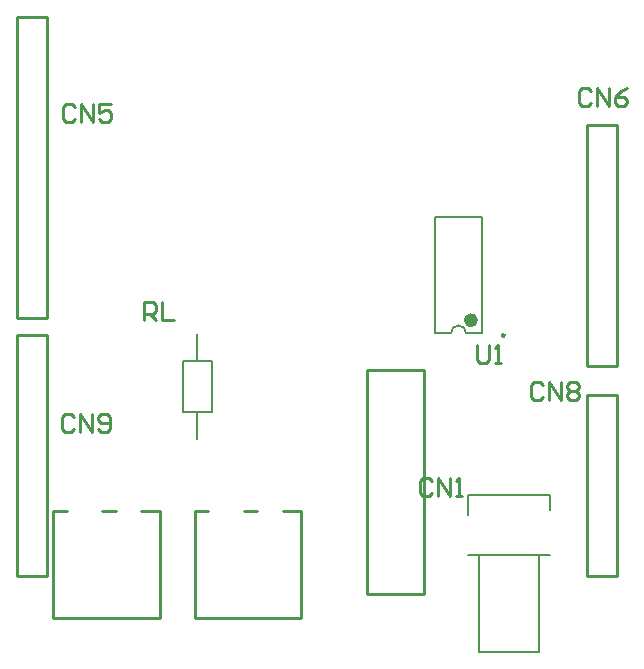
<source format=gbo>
G04 Layer_Color=32896*
%FSLAX44Y44*%
%MOMM*%
G71*
G01*
G75*
%ADD19C,0.6000*%
%ADD33C,0.2500*%
%ADD35C,0.2000*%
%ADD37C,0.2540*%
D19*
X-653300Y231750D02*
G03*
X-653300Y231750I3000J0D01*
G01*
D33*
X-623950Y218900D02*
G03*
X-623950Y218900I1250J0D01*
G01*
D35*
X-654450Y221000D02*
G03*
X-667150Y221000I-6350J0D01*
G01*
X-640800Y319000D02*
X-680800D01*
X-667150Y221000D02*
X-680800D01*
X-640800D02*
X-654450D01*
X-680800D02*
Y319000D01*
X-640800Y221000D02*
Y319000D01*
X-869300Y197250D02*
X-881800D01*
X-869300Y153750D02*
Y197250D01*
Y153750D02*
X-894300D01*
Y197250D01*
X-881800D02*
X-894300D01*
X-881800Y131000D02*
Y153750D01*
Y197250D02*
Y220000D01*
X-643200Y-49000D02*
Y33000D01*
X-592400Y-49000D02*
X-643200D01*
X-592400D02*
Y33000D01*
X-583150D02*
X-652900D01*
Y67250D02*
Y83750D01*
X-583150D02*
X-652900D01*
X-583150Y70750D02*
Y83750D01*
D37*
X-1008846Y488194D02*
X-1034754D01*
Y233686D02*
Y487889D01*
X-1008846Y233686D02*
Y487889D01*
Y233686D02*
X-1034754D01*
X-526246Y193046D02*
Y396754D01*
Y193046D02*
X-552154D01*
Y396754D01*
X-526246D02*
X-552154D01*
X-1034754Y15246D02*
Y218954D01*
X-1008846D02*
X-1034754D01*
X-1008846Y15246D02*
Y218954D01*
Y15246D02*
X-1034754D01*
X-526246D02*
Y168154D01*
Y15246D02*
X-552154D01*
Y168154D01*
X-526246D02*
X-552154D01*
X-913800Y70000D02*
X-929800D01*
X-951200D02*
X-962568D01*
X-992540D02*
X-1003850D01*
X-913750Y-19951D02*
Y70000D01*
X-1003850Y-19951D02*
Y70000D01*
X-913750Y-19951D02*
X-1003850D01*
X-793800Y70000D02*
X-809800D01*
X-831200D02*
X-842568D01*
X-872540D02*
X-883850D01*
X-793750Y-19951D02*
Y70000D01*
X-883850Y-19951D02*
Y70000D01*
X-793750Y-19951D02*
X-883850D01*
X-738090Y250D02*
Y189480D01*
X-689830Y250D02*
X-738090D01*
X-689830D02*
Y189480D01*
X-738090D01*
X-644800Y211235D02*
Y198539D01*
X-642261Y196000D01*
X-637182D01*
X-634643Y198539D01*
Y211235D01*
X-629565Y196000D02*
X-624487D01*
X-627026D01*
Y211235D01*
X-629565Y208696D01*
X-926800Y232000D02*
Y247235D01*
X-919182D01*
X-916643Y244696D01*
Y239618D01*
X-919182Y237078D01*
X-926800D01*
X-921722D02*
X-916643Y232000D01*
X-911565Y247235D02*
Y232000D01*
X-901408D01*
X-683643Y95696D02*
X-686182Y98235D01*
X-691261D01*
X-693800Y95696D01*
Y85539D01*
X-691261Y83000D01*
X-686182D01*
X-683643Y85539D01*
X-678565Y83000D02*
Y98235D01*
X-668408Y83000D01*
Y98235D01*
X-663330Y83000D02*
X-658251D01*
X-660791D01*
Y98235D01*
X-663330Y95696D01*
X-986643Y149696D02*
X-989183Y152235D01*
X-994261D01*
X-996800Y149696D01*
Y139539D01*
X-994261Y137000D01*
X-989183D01*
X-986643Y139539D01*
X-981565Y137000D02*
Y152235D01*
X-971408Y137000D01*
Y152235D01*
X-966330Y139539D02*
X-963791Y137000D01*
X-958712D01*
X-956173Y139539D01*
Y149696D01*
X-958712Y152235D01*
X-963791D01*
X-966330Y149696D01*
Y147157D01*
X-963791Y144618D01*
X-956173D01*
X-589643Y176696D02*
X-592182Y179235D01*
X-597261D01*
X-599800Y176696D01*
Y166539D01*
X-597261Y164000D01*
X-592182D01*
X-589643Y166539D01*
X-584565Y164000D02*
Y179235D01*
X-574408Y164000D01*
Y179235D01*
X-569330Y176696D02*
X-566791Y179235D01*
X-561712D01*
X-559173Y176696D01*
Y174157D01*
X-561712Y171618D01*
X-559173Y169078D01*
Y166539D01*
X-561712Y164000D01*
X-566791D01*
X-569330Y166539D01*
Y169078D01*
X-566791Y171618D01*
X-569330Y174157D01*
Y176696D01*
X-566791Y171618D02*
X-561712D01*
X-548643Y425696D02*
X-551182Y428235D01*
X-556261D01*
X-558800Y425696D01*
Y415539D01*
X-556261Y413000D01*
X-551182D01*
X-548643Y415539D01*
X-543565Y413000D02*
Y428235D01*
X-533408Y413000D01*
Y428235D01*
X-518173D02*
X-523251Y425696D01*
X-528330Y420617D01*
Y415539D01*
X-525791Y413000D01*
X-520712D01*
X-518173Y415539D01*
Y418078D01*
X-520712Y420617D01*
X-528330D01*
X-985643Y412696D02*
X-988183Y415235D01*
X-993261D01*
X-995800Y412696D01*
Y402539D01*
X-993261Y400000D01*
X-988183D01*
X-985643Y402539D01*
X-980565Y400000D02*
Y415235D01*
X-970408Y400000D01*
Y415235D01*
X-955173D02*
X-965330D01*
Y407617D01*
X-960251Y410157D01*
X-957712D01*
X-955173Y407617D01*
Y402539D01*
X-957712Y400000D01*
X-962791D01*
X-965330Y402539D01*
M02*

</source>
